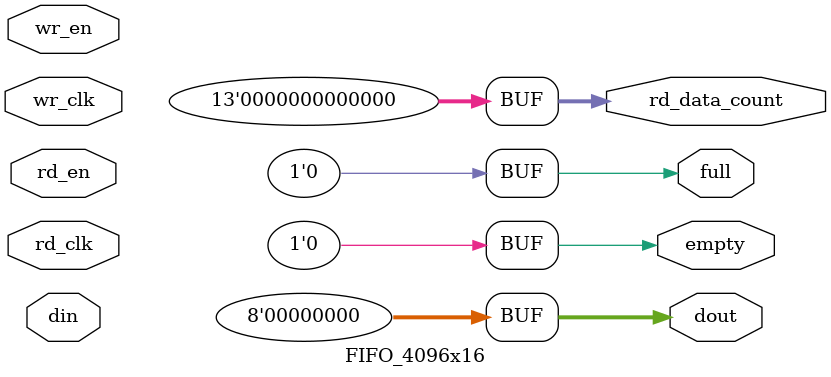
<source format=v>
module FIFO_4096x16
(
	input         wr_clk,
	input         rd_clk,
	input  [15:0] din,
	input         wr_en,
	input         rd_en,
	output [ 7:0] dout,
	output        full,
	output        empty,
	output [12:0] rd_data_count
);

`ifdef FPGA

// synthesis translate_off

FIFO_GENERATOR_V9_3 #(
	.C_ADD_NGC_CONSTRAINT(0),
	.C_APPLICATION_TYPE_AXIS(0),
	.C_APPLICATION_TYPE_RACH(0),
	.C_APPLICATION_TYPE_RDCH(0),
	.C_APPLICATION_TYPE_WACH(0),
	.C_APPLICATION_TYPE_WDCH(0),
	.C_APPLICATION_TYPE_WRCH(0),
	.C_AXI_ADDR_WIDTH(32),
	.C_AXI_ARUSER_WIDTH(1),
	.C_AXI_AWUSER_WIDTH(1),
	.C_AXI_BUSER_WIDTH(1),
	.C_AXI_DATA_WIDTH(64),
	.C_AXI_ID_WIDTH(4),
	.C_AXI_RUSER_WIDTH(1),
	.C_AXI_TYPE(0),
	.C_AXI_WUSER_WIDTH(1),
	.C_AXIS_TDATA_WIDTH(64),
	.C_AXIS_TDEST_WIDTH(4),
	.C_AXIS_TID_WIDTH(8),
	.C_AXIS_TKEEP_WIDTH(4),
	.C_AXIS_TSTRB_WIDTH(4),
	.C_AXIS_TUSER_WIDTH(4),
	.C_AXIS_TYPE(0),
	.C_COMMON_CLOCK(0),
	.C_COUNT_TYPE(0),
	.C_DATA_COUNT_WIDTH(12),
	.C_DEFAULT_VALUE("BlankString"),
	.C_DIN_WIDTH(16),
	.C_DIN_WIDTH_AXIS(1),
	.C_DIN_WIDTH_RACH(32),
	.C_DIN_WIDTH_RDCH(64),
	.C_DIN_WIDTH_WACH(32),
	.C_DIN_WIDTH_WDCH(64),
	.C_DIN_WIDTH_WRCH(2),
	.C_DOUT_RST_VAL("0"),
	.C_DOUT_WIDTH(8),
	.C_ENABLE_RLOCS(0),
	.C_ENABLE_RST_SYNC(1),
	.C_ERROR_INJECTION_TYPE(0),
	.C_ERROR_INJECTION_TYPE_AXIS(0),
	.C_ERROR_INJECTION_TYPE_RACH(0),
	.C_ERROR_INJECTION_TYPE_RDCH(0),
	.C_ERROR_INJECTION_TYPE_WACH(0),
	.C_ERROR_INJECTION_TYPE_WDCH(0),
	.C_ERROR_INJECTION_TYPE_WRCH(0),
	.C_FAMILY("spartan6"),
	.C_FULL_FLAGS_RST_VAL(0),
	.C_HAS_ALMOST_EMPTY(0),
	.C_HAS_ALMOST_FULL(0),
	.C_HAS_AXI_ARUSER(0),
	.C_HAS_AXI_AWUSER(0),
	.C_HAS_AXI_BUSER(0),
	.C_HAS_AXI_RD_CHANNEL(0),
	.C_HAS_AXI_RUSER(0),
	.C_HAS_AXI_WR_CHANNEL(0),
	.C_HAS_AXI_WUSER(0),
	.C_HAS_AXIS_TDATA(0),
	.C_HAS_AXIS_TDEST(0),
	.C_HAS_AXIS_TID(0),
	.C_HAS_AXIS_TKEEP(0),
	.C_HAS_AXIS_TLAST(0),
	.C_HAS_AXIS_TREADY(1),
	.C_HAS_AXIS_TSTRB(0),
	.C_HAS_AXIS_TUSER(0),
	.C_HAS_BACKUP(0),
	.C_HAS_DATA_COUNT(0),
	.C_HAS_DATA_COUNTS_AXIS(0),
	.C_HAS_DATA_COUNTS_RACH(0),
	.C_HAS_DATA_COUNTS_RDCH(0),
	.C_HAS_DATA_COUNTS_WACH(0),
	.C_HAS_DATA_COUNTS_WDCH(0),
	.C_HAS_DATA_COUNTS_WRCH(0),
	.C_HAS_INT_CLK(0),
	.C_HAS_MASTER_CE(0),
	.C_HAS_MEMINIT_FILE(0),
	.C_HAS_OVERFLOW(0),
	.C_HAS_PROG_FLAGS_AXIS(0),
	.C_HAS_PROG_FLAGS_RACH(0),
	.C_HAS_PROG_FLAGS_RDCH(0),
	.C_HAS_PROG_FLAGS_WACH(0),
	.C_HAS_PROG_FLAGS_WDCH(0),
	.C_HAS_PROG_FLAGS_WRCH(0),
	.C_HAS_RD_DATA_COUNT(1),
	.C_HAS_RD_RST(0),
	.C_HAS_RST(0),
	.C_HAS_SLAVE_CE(0),
	.C_HAS_SRST(0),
	.C_HAS_UNDERFLOW(0),
	.C_HAS_VALID(0),
	.C_HAS_WR_ACK(0),
	.C_HAS_WR_DATA_COUNT(0),
	.C_HAS_WR_RST(0),
	.C_IMPLEMENTATION_TYPE(2),
	.C_IMPLEMENTATION_TYPE_AXIS(1),
	.C_IMPLEMENTATION_TYPE_RACH(1),
	.C_IMPLEMENTATION_TYPE_RDCH(1),
	.C_IMPLEMENTATION_TYPE_WACH(1),
	.C_IMPLEMENTATION_TYPE_WDCH(1),
	.C_IMPLEMENTATION_TYPE_WRCH(1),
	.C_INIT_WR_PNTR_VAL(0),
	.C_INTERFACE_TYPE(0),
	.C_MEMORY_TYPE(1),
	.C_MIF_FILE_NAME("BlankString"),
	.C_MSGON_VAL(1),
	.C_OPTIMIZATION_MODE(0),
	.C_OVERFLOW_LOW(0),
	.C_PRELOAD_LATENCY(1),
	.C_PRELOAD_REGS(0),
	.C_PRIM_FIFO_TYPE("4kx9"),
	.C_PROG_EMPTY_THRESH_ASSERT_VAL(2),
	.C_PROG_EMPTY_THRESH_ASSERT_VAL_AXIS(1022),
	.C_PROG_EMPTY_THRESH_ASSERT_VAL_RACH(1022),
	.C_PROG_EMPTY_THRESH_ASSERT_VAL_RDCH(1022),
	.C_PROG_EMPTY_THRESH_ASSERT_VAL_WACH(1022),
	.C_PROG_EMPTY_THRESH_ASSERT_VAL_WDCH(1022),
	.C_PROG_EMPTY_THRESH_ASSERT_VAL_WRCH(1022),
	.C_PROG_EMPTY_THRESH_NEGATE_VAL(3),
	.C_PROG_EMPTY_TYPE(0),
	.C_PROG_EMPTY_TYPE_AXIS(0),
	.C_PROG_EMPTY_TYPE_RACH(0),
	.C_PROG_EMPTY_TYPE_RDCH(0),
	.C_PROG_EMPTY_TYPE_WACH(0),
	.C_PROG_EMPTY_TYPE_WDCH(0),
	.C_PROG_EMPTY_TYPE_WRCH(0),
	.C_PROG_FULL_THRESH_ASSERT_VAL(4093),
	.C_PROG_FULL_THRESH_ASSERT_VAL_AXIS(1023),
	.C_PROG_FULL_THRESH_ASSERT_VAL_RACH(1023),
	.C_PROG_FULL_THRESH_ASSERT_VAL_RDCH(1023),
	.C_PROG_FULL_THRESH_ASSERT_VAL_WACH(1023),
	.C_PROG_FULL_THRESH_ASSERT_VAL_WDCH(1023),
	.C_PROG_FULL_THRESH_ASSERT_VAL_WRCH(1023),
	.C_PROG_FULL_THRESH_NEGATE_VAL(4092),
	.C_PROG_FULL_TYPE(0),
	.C_PROG_FULL_TYPE_AXIS(0),
	.C_PROG_FULL_TYPE_RACH(0),
	.C_PROG_FULL_TYPE_RDCH(0),
	.C_PROG_FULL_TYPE_WACH(0),
	.C_PROG_FULL_TYPE_WDCH(0),
	.C_PROG_FULL_TYPE_WRCH(0),
	.C_RACH_TYPE(0),
	.C_RD_DATA_COUNT_WIDTH(13),
	.C_RD_DEPTH(8192),
	.C_RD_FREQ(1),
	.C_RD_PNTR_WIDTH(13),
	.C_RDCH_TYPE(0),
	.C_REG_SLICE_MODE_AXIS(0),
	.C_REG_SLICE_MODE_RACH(0),
	.C_REG_SLICE_MODE_RDCH(0),
	.C_REG_SLICE_MODE_WACH(0),
	.C_REG_SLICE_MODE_WDCH(0),
	.C_REG_SLICE_MODE_WRCH(0),
	.C_SYNCHRONIZER_STAGE(2),
	.C_UNDERFLOW_LOW(0),
	.C_USE_COMMON_OVERFLOW(0),
	.C_USE_COMMON_UNDERFLOW(0),
	.C_USE_DEFAULT_SETTINGS(0),
	.C_USE_DOUT_RST(0),
	.C_USE_ECC(0),
	.C_USE_ECC_AXIS(0),
	.C_USE_ECC_RACH(0),
	.C_USE_ECC_RDCH(0),
	.C_USE_ECC_WACH(0),
	.C_USE_ECC_WDCH(0),
	.C_USE_ECC_WRCH(0),
	.C_USE_EMBEDDED_REG(0),
	.C_USE_FIFO16_FLAGS(0),
	.C_USE_FWFT_DATA_COUNT(0),
	.C_VALID_LOW(0),
	.C_WACH_TYPE(0),
	.C_WDCH_TYPE(0),
	.C_WR_ACK_LOW(0),
	.C_WR_DATA_COUNT_WIDTH(12),
	.C_WR_DEPTH(4096),
	.C_WR_DEPTH_AXIS(1024),
	.C_WR_DEPTH_RACH(16),
	.C_WR_DEPTH_RDCH(1024),
	.C_WR_DEPTH_WACH(16),
	.C_WR_DEPTH_WDCH(1024),
	.C_WR_DEPTH_WRCH(16),
	.C_WR_FREQ(1),
	.C_WR_PNTR_WIDTH(12),
	.C_WR_PNTR_WIDTH_AXIS(10),
	.C_WR_PNTR_WIDTH_RACH(4),
	.C_WR_PNTR_WIDTH_RDCH(10),
	.C_WR_PNTR_WIDTH_WACH(4),
	.C_WR_PNTR_WIDTH_WDCH(10),
	.C_WR_PNTR_WIDTH_WRCH(4),
	.C_WR_RESPONSE_LATENCY(1),
	.C_WRCH_TYPE(0)
)
inst
(
	.WR_CLK(wr_clk),
	.RD_CLK(rd_clk),
	.DIN(din),
	.WR_EN(wr_en),
	.RD_EN(rd_en),
	.DOUT(dout),
	.FULL(full),
	.EMPTY(empty),
	.RD_DATA_COUNT(rd_data_count),
	.BACKUP(),
	.BACKUP_MARKER(),
	.CLK(),
	.RST(),
	.SRST(),
	.WR_RST(),
	.RD_RST(),
	.PROG_EMPTY_THRESH(),
	.PROG_EMPTY_THRESH_ASSERT(),
	.PROG_EMPTY_THRESH_NEGATE(),
	.PROG_FULL_THRESH(),
	.PROG_FULL_THRESH_ASSERT(),
	.PROG_FULL_THRESH_NEGATE(),
	.INT_CLK(),
	.INJECTDBITERR(),
	.INJECTSBITERR(),
	.ALMOST_FULL(),
	.WR_ACK(),
	.OVERFLOW(),
	.ALMOST_EMPTY(),
	.VALID(),
	.UNDERFLOW(),
	.DATA_COUNT(),
	.WR_DATA_COUNT(),
	.PROG_FULL(),
	.PROG_EMPTY(),
	.SBITERR(),
	.DBITERR(),
	.M_ACLK(),
	.S_ACLK(),
	.S_ARESETN(),
	.M_ACLK_EN(),
	.S_ACLK_EN(),
	.S_AXI_AWID(),
	.S_AXI_AWADDR(),
	.S_AXI_AWLEN(),
	.S_AXI_AWSIZE(),
	.S_AXI_AWBURST(),
	.S_AXI_AWLOCK(),
	.S_AXI_AWCACHE(),
	.S_AXI_AWPROT(),
	.S_AXI_AWQOS(),
	.S_AXI_AWREGION(),
	.S_AXI_AWUSER(),
	.S_AXI_AWVALID(),
	.S_AXI_AWREADY(),
	.S_AXI_WID(),
	.S_AXI_WDATA(),
	.S_AXI_WSTRB(),
	.S_AXI_WLAST(),
	.S_AXI_WUSER(),
	.S_AXI_WVALID(),
	.S_AXI_WREADY(),
	.S_AXI_BID(),
	.S_AXI_BRESP(),
	.S_AXI_BUSER(),
	.S_AXI_BVALID(),
	.S_AXI_BREADY(),
	.M_AXI_AWID(),
	.M_AXI_AWADDR(),
	.M_AXI_AWLEN(),
	.M_AXI_AWSIZE(),
	.M_AXI_AWBURST(),
	.M_AXI_AWLOCK(),
	.M_AXI_AWCACHE(),
	.M_AXI_AWPROT(),
	.M_AXI_AWQOS(),
	.M_AXI_AWREGION(),
	.M_AXI_AWUSER(),
	.M_AXI_AWVALID(),
	.M_AXI_AWREADY(),
	.M_AXI_WID(),
	.M_AXI_WDATA(),
	.M_AXI_WSTRB(),
	.M_AXI_WLAST(),
	.M_AXI_WUSER(),
	.M_AXI_WVALID(),
	.M_AXI_WREADY(),
	.M_AXI_BID(),
	.M_AXI_BRESP(),
	.M_AXI_BUSER(),
	.M_AXI_BVALID(),
	.M_AXI_BREADY(),
	.S_AXI_ARID(),
	.S_AXI_ARADDR(),
	.S_AXI_ARLEN(),
	.S_AXI_ARSIZE(),
	.S_AXI_ARBURST(),
	.S_AXI_ARLOCK(),
	.S_AXI_ARCACHE(),
	.S_AXI_ARPROT(),
	.S_AXI_ARQOS(),
	.S_AXI_ARREGION(),
	.S_AXI_ARUSER(),
	.S_AXI_ARVALID(),
	.S_AXI_ARREADY(),
	.S_AXI_RID(),
	.S_AXI_RDATA(),
	.S_AXI_RRESP(),
	.S_AXI_RLAST(),
	.S_AXI_RUSER(),
	.S_AXI_RVALID(),
	.S_AXI_RREADY(),
	.M_AXI_ARID(),
	.M_AXI_ARADDR(),
	.M_AXI_ARLEN(),
	.M_AXI_ARSIZE(),
	.M_AXI_ARBURST(),
	.M_AXI_ARLOCK(),
	.M_AXI_ARCACHE(),
	.M_AXI_ARPROT(),
	.M_AXI_ARQOS(),
	.M_AXI_ARREGION(),
	.M_AXI_ARUSER(),
	.M_AXI_ARVALID(),
	.M_AXI_ARREADY(),
	.M_AXI_RID(),
	.M_AXI_RDATA(),
	.M_AXI_RRESP(),
	.M_AXI_RLAST(),
	.M_AXI_RUSER(),
	.M_AXI_RVALID(),
	.M_AXI_RREADY(),
	.S_AXIS_TVALID(),
	.S_AXIS_TREADY(),
	.S_AXIS_TDATA(),
	.S_AXIS_TSTRB(),
	.S_AXIS_TKEEP(),
	.S_AXIS_TLAST(),
	.S_AXIS_TID(),
	.S_AXIS_TDEST(),
	.S_AXIS_TUSER(),
	.M_AXIS_TVALID(),
	.M_AXIS_TREADY(),
	.M_AXIS_TDATA(),
	.M_AXIS_TSTRB(),
	.M_AXIS_TKEEP(),
	.M_AXIS_TLAST(),
	.M_AXIS_TID(),
	.M_AXIS_TDEST(),
	.M_AXIS_TUSER(),
	.AXI_AW_INJECTSBITERR(),
	.AXI_AW_INJECTDBITERR(),
	.AXI_AW_PROG_FULL_THRESH(),
	.AXI_AW_PROG_EMPTY_THRESH(),
	.AXI_AW_DATA_COUNT(),
	.AXI_AW_WR_DATA_COUNT(),
	.AXI_AW_RD_DATA_COUNT(),
	.AXI_AW_SBITERR(),
	.AXI_AW_DBITERR(),
	.AXI_AW_OVERFLOW(),
	.AXI_AW_UNDERFLOW(),
	.AXI_AW_PROG_FULL(),
	.AXI_AW_PROG_EMPTY(),
	.AXI_W_INJECTSBITERR(),
	.AXI_W_INJECTDBITERR(),
	.AXI_W_PROG_FULL_THRESH(),
	.AXI_W_PROG_EMPTY_THRESH(),
	.AXI_W_DATA_COUNT(),
	.AXI_W_WR_DATA_COUNT(),
	.AXI_W_RD_DATA_COUNT(),
	.AXI_W_SBITERR(),
	.AXI_W_DBITERR(),
	.AXI_W_OVERFLOW(),
	.AXI_W_UNDERFLOW(),
	.AXI_B_INJECTSBITERR(),
	.AXI_W_PROG_FULL(),
	.AXI_W_PROG_EMPTY(),
	.AXI_B_INJECTDBITERR(),
	.AXI_B_PROG_FULL_THRESH(),
	.AXI_B_PROG_EMPTY_THRESH(),
	.AXI_B_DATA_COUNT(),
	.AXI_B_WR_DATA_COUNT(),
	.AXI_B_RD_DATA_COUNT(),
	.AXI_B_SBITERR(),
	.AXI_B_DBITERR(),
	.AXI_B_OVERFLOW(),
	.AXI_B_UNDERFLOW(),
	.AXI_AR_INJECTSBITERR(),
	.AXI_B_PROG_FULL(),
	.AXI_B_PROG_EMPTY(),
	.AXI_AR_INJECTDBITERR(),
	.AXI_AR_PROG_FULL_THRESH(),
	.AXI_AR_PROG_EMPTY_THRESH(),
	.AXI_AR_DATA_COUNT(),
	.AXI_AR_WR_DATA_COUNT(),
	.AXI_AR_RD_DATA_COUNT(),
	.AXI_AR_SBITERR(),
	.AXI_AR_DBITERR(),
	.AXI_AR_OVERFLOW(),
	.AXI_AR_UNDERFLOW(),
	.AXI_AR_PROG_FULL(),
	.AXI_AR_PROG_EMPTY(),
	.AXI_R_INJECTSBITERR(),
	.AXI_R_INJECTDBITERR(),
	.AXI_R_PROG_FULL_THRESH(),
	.AXI_R_PROG_EMPTY_THRESH(),
	.AXI_R_DATA_COUNT(),
	.AXI_R_WR_DATA_COUNT(),
	.AXI_R_RD_DATA_COUNT(),
	.AXI_R_SBITERR(),
	.AXI_R_DBITERR(),
	.AXI_R_OVERFLOW(),
	.AXI_R_UNDERFLOW(),
	.AXIS_INJECTSBITERR(),
	.AXI_R_PROG_FULL(),
	.AXI_R_PROG_EMPTY(),
	.AXIS_INJECTDBITERR(),
	.AXIS_PROG_FULL_THRESH(),
	.AXIS_PROG_EMPTY_THRESH(),
	.AXIS_DATA_COUNT(),
	.AXIS_WR_DATA_COUNT(),
	.AXIS_RD_DATA_COUNT(),
	.AXIS_SBITERR(),
	.AXIS_DBITERR(),
	.AXIS_OVERFLOW(),
	.AXIS_UNDERFLOW(),
	.AXIS_PROG_FULL(),
	.AXIS_PROG_EMPTY()
);

// synthesis translate_on

`else

assign dout = 0;
assign full = 0;
assign empty = 0;
assign rd_data_count = 0;

`endif

endmodule

</source>
